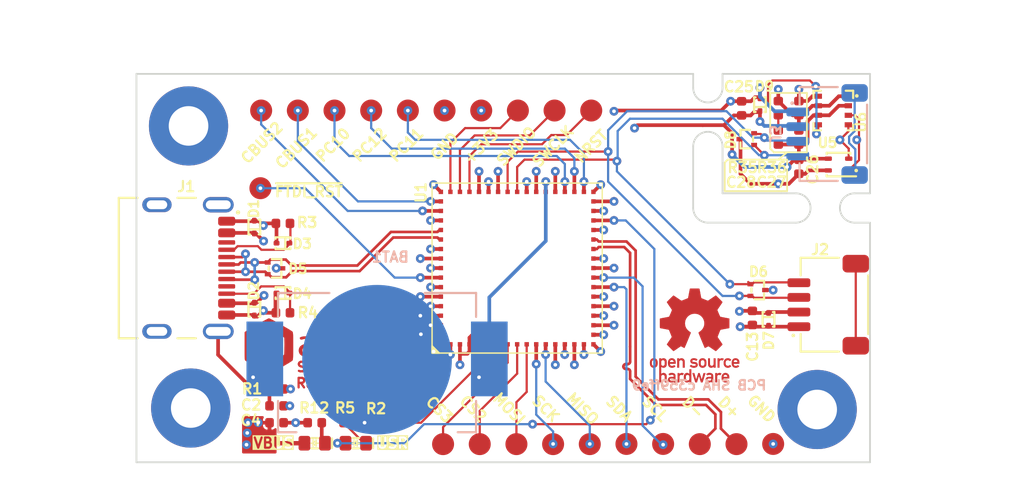
<source format=kicad_pcb>
(kicad_pcb (version 20221018) (generator pcbnew)
  (title_block (title "MYRA SiP Baseboard") (date "2024-06-28") (rev "1.0.0") (company "Antmicro ") (comment 1 "www.antmicro.com"))
  (layers (0 "F.Cu" signal) (1 "In1.Cu" signal) (2 "In2.Cu" signal) (31 "B.Cu" signal) (34 "B.Paste" user) (35 "F.Paste" user) (36 "B.SilkS" user "B.Silkscreen") (37 "F.SilkS" user "F.Silkscreen") (38 "B.Mask" user) (39 "F.Mask" user) (44 "Edge.Cuts" user))
  (net 0 "")
  (net 1 "GND")
  (net 2 "+3V3")
  (net 3 "GNDREF")
  (net 4 "/USB_CC1")
  (net 5 "/USB_CC2")
  (net 6 "/USB_D_P")
  (net 7 "/USB_D_N")
  (net 8 "VBUS")
  (net 9 "/I2C_1_SCL")
  (net 10 "/I2C_1_SDA")
  (net 11 "/LD2")
  (net 15 "/~{FTDI_RESET}")
  (net 16 "/CBUS2")
  (net 17 "/CBUS1")
  (net 18 "/SWDIO-JTMS")
  (net 21 "/SWCLK-JTCK")
  (net 22 "/NRST")
  (net 23 "/~{CLK_EN}")
  (net 24 "/SPI_CS3")
  (net 25 "/SPI_CS2")
  (net 26 "/SPI2_MOSI")
  (net 27 "/SPI2_SCK")
  (net 28 "/SPI2_MISO")
  (net 29 "+BATT")
  (net 30 "unconnected-(U1-PadN1)")
  (net 31 "/GPIO_PC10")
  (net 32 "unconnected-(U1-PadO1)")
  (net 33 "/GPIO_PC12")
  (net 34 "unconnected-(U1-PadP1)")
  (net 35 "Net-(U6-SDO)")
  (net 36 "/GPIO_PC11")
  (net 37 "unconnected-(U1-PadQ1)")
  (net 38 "unconnected-(U1-PadQ2)")
  (net 39 "unconnected-(U1-PadQ3)")
  (net 40 "unconnected-(U1-PadQ4)")
  (net 41 "/I2C2_SDA")
  (net 42 "/I2C2_SCL")
  (net 43 "/USB_MCU_N")
  (net 44 "/USB_MCU_P")
  (net 45 "unconnected-(J2-PadMP)")
  (net 46 "unconnected-(J3-PadMP)")
  (net 47 "Net-(LD1-C)")
  (net 48 "Net-(LD2-C)")
  (footprint "antmicro-footprints:SOD-923" (layer "F.Cu") (at 168.035 123.95 90)
    (fp_text reference "D1")
    (fp_text value "ESD9X5.0ST5G")
  )
  (footprint "antmicro-footprints:TP_SMD_1.5mm" (layer "F.Cu") (at 200.9 138.7625)
    (fp_text reference "TP14" hide)
    (fp_text value "TP_1.5mm_SMD")
  )
  (footprint "antmicro-footprints:MP_Pad5.4mm_Drill2.7mm" (layer "F.Cu") (at 163.55 117.05)
    (fp_text reference "MP1" hide)
    (fp_text value "MP_Pad5.4mm_Drill2.7mm")
  )
  (footprint "antmicro-footprints:oshw-logo" (layer "F.Cu") (at 198.05 131.35)
    (fp_text reference "N2" hide)
    (fp_text value "oshw_logo" hide)
  )
  (footprint "antmicro-footprints:TP_SMD_1.5mm" (layer "F.Cu") (at 183.5 116)
    (fp_text reference "TP5" hide)
    (fp_text value "TP_1.5mm_SMD")
  )
  (footprint "antmicro-footprints:R_0402_1005Metric" (layer "F.Cu") (at 169.985 129.8)
    (fp_text reference "R4")
    (fp_text value "R_5k1_0402")
  )
  (footprint "antmicro-footprints:LGA-64_11.4x11.4mm_Myra" (layer "F.Cu") (at 185.95 126.75 90)
    (fp_text reference "U1")
    (fp_text value "Myra-231F1F08")
  )
  (footprint "antmicro-footprints:SOT-723" (layer "F.Cu") (at 169.448 126.768)
    (fp_text reference "D5")
    (fp_text value "TPD2E009_SOT-9X3")
  )
  (footprint "antmicro-footprints:Conn_JST_SH_1x4_SM04B-SRSS-TB-LF-SN" (layer "F.Cu") (at 207.2755 129.25 90)
    (fp_text reference "J2")
    (fp_text value "JST_SH_1x4_SM04B-SRSS-TB-LF-SN")
  )
  (footprint "antmicro-footprints:MP_Pad5.4mm_Drill2.7mm" (layer "F.Cu") (at 163.7 136.3)
    (fp_text reference "MP2" hide)
    (fp_text value "MP_Pad5.4mm_Drill2.7mm")
  )
  (footprint "antmicro-footprints:R_0402_1005Metric" (layer "F.Cu") (at 172.15 137.3)
    (fp_text reference "R12")
    (fp_text value "R_470R_0402")
  )
  (footprint "antmicro-footprints:Sensirion_DFN-4-1.5x1.5x0.5mm_P0.8mm" (layer "F.Cu") (at 207.85 119.685 180)
    (fp_text reference "U5")
    (fp_text value "SHT45")
  )
  (footprint "antmicro-footprints:R_0402_1005Metric" (layer "F.Cu") (at 176.55 137.3)
    (fp_text reference "R2")
    (fp_text value "R_5k1_0402")
  )
  (footprint "antmicro-footprints:TP_SMD_1.5mm" (layer "F.Cu") (at 178.5 116)
    (fp_text reference "TP8" hide)
    (fp_text value "TP_1.5mm_SMD")
  )
  (footprint "antmicro-footprints:C_0402_1005Metric" (layer "F.Cu") (at 205.15 119.835 -90)
    (fp_text reference "C26")
    (fp_text value "C_100n_0402")
  )
  (footprint "antmicro-footprints:R_0402_1005Metric" (layer "F.Cu") (at 203.75 117.835 90)
    (fp_text reference "R35")
    (fp_text value "R_100k_0402")
  )
  (footprint "antmicro-footprints:R_0402_1005Metric" (layer "F.Cu") (at 174.6 137.3 180)
    (fp_text reference "R5")
    (fp_text value "R_470R_0402")
  )
  (footprint "antmicro-footprints:TP_SMD_1.5mm" (layer "F.Cu") (at 195.9 138.75)
    (fp_text reference "TP7" hide)
    (fp_text value "TP_1.5mm_SMD")
  )
  (footprint "antmicro-footprints:C_0402_1005Metric" (layer "F.Cu") (at 201.25 115.85 90)
    (fp_text reference "C25")
    (fp_text value "C_100n_0402")
  )
  (footprint "antmicro-footprints:LED_0603_1608Metric_G" (layer "F.Cu") (at 172.15 138.7 180)
    (fp_text reference "LD1" hide)
    (fp_text value "LED_G_0603_KP-1608ZGC")
  )
  (footprint "antmicro-footprints:SOT-723" (layer "F.Cu") (at 202.35 128.25)
    (fp_text reference "D6")
    (fp_text value "TPD2E009_SOT-9X3")
  )
  (footprint "antmicro-footprints:TP_SMD_1.5mm" (layer "F.Cu") (at 188.4 138.7625)
    (fp_text reference "TP19" hide)
    (fp_text value "TP_1.5mm_SMD")
  )
  (footprint "antmicro-footprints:C_0402_1005Metric" (layer "F.Cu") (at 201.985 130.15 -90)
    (fp_text reference "C13")
    (fp_text value "C_100n_0402")
  )
  (footprint "antmicro-footprints:TP_SMD_1.5mm" (layer "F.Cu") (at 186 116)
    (fp_text reference "TP3" hide)
    (fp_text value "TP_1.5mm_SMD")
  )
  (footprint "antmicro-footprints:LED_0603_1608Metric_G" (layer "F.Cu") (at 174.95 138.7 180)
    (fp_text reference "LD2" hide)
    (fp_text value "LED_G_0603_KP-1608ZGC")
  )
  (footprint "antmicro-footprints:TP_SMD_1.5mm" (layer "F.Cu") (at 188.5 116)
    (fp_text reference "TP4" hide)
    (fp_text value "TP_1.5mm_SMD")
  )
  (footprint "antmicro-footprints:SOD-923" (layer "F.Cu") (at 169.985 128.45 180)
    (fp_text reference "D4")
    (fp_text value "ESD9X5.0ST5G")
  )
  (footprint "antmicro-footprints:SOD-923" (layer "F.Cu") (at 169.985 125.05 180)
    (fp_text reference "D3")
    (fp_text value "ESD9X5.0ST5G")
  )
  (footprint "antmicro-footprints:TP_SMD_1.5mm" (layer "F.Cu") (at 191 116)
    (fp_text reference "TP1" hide)
    (fp_text value "TP_1.5mm_SMD")
  )
  (footprint "antmicro-footprints:TP_SMD_1.5mm" (layer "F.Cu") (at 183.4 138.7625)
    (fp_text reference "TP17" hide)
    (fp_text value "TP_1.5mm_SMD")
  )
  (footprint "antmicro-footprints:SOT-723" (layer "F.Cu") (at 201.6 117.95 180)
    (fp_text reference "D8")
    (fp_text value "TPD2E009_SOT-9X3")
  )
  (footprint "antmicro-footprints:USB-C_Receptacle_GCT_USB4105-GF-A" (layer "F.Cu") (at 162.652 126.75 -90)
    (fp_text reference "J1")
    (fp_text value "USB-C_GCT_USB4105-GF-A")
  )
  (footprint "antmicro-footprints:R_0402_1005Metric" (layer "F.Cu") (at 169.985 123.7)
    (fp_text reference "R3")
    (fp_text value "R_5k1_0402")
  )
  (footprint "antmicro-footprints:SOD-923" (layer "F.Cu") (at 202.5 115.6 90)
    (fp_text reference "D9")
    (fp_text value "ESD9X5.0ST5G")
  )
  (footprint "antmicro-footprints:TP_SMD_1.5mm" (layer "F.Cu") (at 171 116)
    (fp_text reference "TP11" hide)
    (fp_text value "TP_1.5mm_SMD")
  )
  (footprint "antmicro-footprints:TP_SMD_1.5mm" (layer "F.Cu") (at 180.9 138.7625)
    (fp_text reference "TP16" hide)
    (fp_text value "TP_1.5mm_SMD")
  )
  (footprint "antmicro-footprints:antmicro-logo_scaled_12mm" (layer "F.Cu") (at 173.25 132.1)
    (fp_text reference "N1" hide)
    (fp_text value "antmicro_logo" hide)
  )
  (footprint "antmicro-footprints:TP_SMD_1.5mm" (layer "F.Cu") (at 168.5 116)
    (fp_text reference "TP12" hide)
    (fp_text value "TP_1.5mm_SMD")
  )
  (footprint "antmicro-footprints:R_0402_1005Metric" (layer "F.Cu") (at 169.55 135)
    (fp_text reference "R1")
    (fp_text value "R_1M_0402")
  )
  (footprint "antmicro-footprints:C_0402_1005Metric" (layer "F.Cu") (at 169.55 136.15 180)
    (fp_text reference "C2")
    (fp_text value "C_100n_0402")
  )
  (footprint "antmicro-footprints:MP_Pad5.4mm_Drill2.7mm" (layer "F.Cu") (at 206.4 136.4)
    (fp_text reference "MP3" hide)
    (fp_text value "MP_Pad5.4mm_Drill2.7mm")
  )
  (footprint "antmicro-footprints:TP_SMD_1.5mm" (layer "F.Cu") (at 198.4 138.7625)
    (fp_text reference "TP13" hide)
    (fp_text value "TP_1.5mm_SMD")
  )
  (footprint "antmicro-footprints:TP_SMD_1.5mm" (layer "F.Cu") (at 176 116)
    (fp_text reference "TP9" hide)
    (fp_text value "TP_1.5mm_SMD")
  )
  (footprint "antmicro-footprints:TP_SMD_1.5mm" (layer "F.Cu") (at 190.9 138.7625)
    (fp_text reference "TP20" hide)
    (fp_text value "TP_1.5mm_SMD")
  )
  (footprint "antmicro-footprints:TP_SMD_1.5mm" (layer "F.Cu") (at 193.4 138.75)
    (fp_text reference "TP2" hide)
    (fp_text value "TP_1.5mm_SMD")
  )
  (footprint "antmicro-footprints:C_0402_1005Metric" (layer "F.Cu") (at 169.55 137.3 180)
    (fp_text reference "C4")
    (fp_text value "C_2u2_0402")
  )
  (footprint "antmicro-footprints:C_0402_1005Metric" (layer "F.Cu") (at 205.15 117.835 90)
    (fp_text reference "C28")
    (fp_text value "C_100n_0402")
  )
  (footprint "antmicro-footprints:SOD-923" (layer "F.Cu") (at 203.085 130.25 -90)
    (fp_text reference "D7")
    (fp_text value "ESD9X5.0ST5G")
  )
  (footprint "antmicro-footprints:TP_SMD_1.5mm" (layer "F.Cu") (at 173.5 116)
    (fp_text reference "TP10" hide)
    (fp_text value "TP_1.5mm_SMD")
  )
  (footprint "antmicro-footprints:TP_SMD_1.5mm" (layer "F.Cu") (at 181 116)
    (fp_text reference "TP6" hide)
    (fp_text value "TP_1.5mm_SMD")
  )
  (footprint "antmicro-footprints:R_0402_1005Metric" (layer "F.Cu") (at 203.75 115.835 -90)
    (fp_text reference "R36")
    (fp_text value "R_100k_0402")
  )
  (footprint "antmicro-footprints:TP_SMD_1.5mm" (layer "F.Cu") (at 203.4 138.75)
    (fp_text reference "TP21" hide)
    (fp_text value "TP_1.5mm_SMD")
  )
  (footprint "antmicro-footprints:TP_SMD_1.5mm" (layer "F.Cu") (at 168.45 121.3)
    (fp_text reference "TP15" hide)
    (fp_text value "TP_1.5mm_SMD")
  )
  (footprint "antmicro-footprints:LGA-8_2.5x2.5mm_BME280" (layer "F.Cu") (at 207.5 116 -90)
    (fp_text reference "U6")
    (fp_text value "BME280")
  )
  (footprint "antmicro-footprints:TP_SMD_1.5mm" (layer "F.Cu") (at 185.9 138.7625)
    (fp_text reference "TP18" hide)
    (fp_text value "TP_1.5mm_SMD")
  )
  (footprint "antmicro-footprints:C_0402_1005Metric" (layer "F.Cu") (at 205.15 115.835 90)
    (fp_text reference "C27")
    (fp_text value "C_100n_0402")
  )
  (footprint "antmicro-footprints:SOD-923" (layer "F.Cu") (at 168.035 129.55 -90)
    (fp_text reference "D2")
    (fp_text value "ESD9X5.0ST5G")
  )
  (footprint "antmicro-footprints:Conn_JST_SH_1x4_SM04B-SRSS-TB-LF-SN" (layer "B.Cu") (at 207.2 117.6 -90)
    (fp_text reference "J3")
    (fp_text value "JST_SH_1x4_SM04B-SRSS-TB-LF-SN")
  )
  (footprint "antmicro-footprints:BAT_BAT-HLD-012-SMT-TR" (layer "B.Cu") (at 176.4 133 180)
    (fp_text reference "BAT1")
    (fp_text value "BAT-HLD-012-SMT-TR")
  )
  (gr_line (start 203.2 114.85) (end 203.2 114.8) (stroke (width 0.12)) (layer "F.SilkS"))
  (gr_line (start 200.1 121.5) (end 203.95 121.5) (stroke (width 0.12)) (layer "F.SilkS"))
  (gr_line (start 205.7 118.85) (end 203.45 118.85) (stroke (width 0.12)) (layer "F.SilkS"))
  (gr_line (start 200.1 119.55) (end 200.1 121.45) (stroke (width 0.12)) (layer "F.SilkS"))
  (gr_line (start 203.2 114.85) (end 203.2 118.6) (stroke (width 0.12)) (layer "F.SilkS"))
  (gr_line (start 205.7 114.8) (end 205.7 118.75) (stroke (width 0.12)) (layer "F.SilkS"))
  (gr_line (start 205.7 118.75) (end 205.7 118.85) (stroke (width 0.12)) (layer "F.SilkS"))
  (gr_line (start 200.3 119.35) (end 200.1 119.55) (stroke (width 0.12)) (layer "F.SilkS"))
  (gr_line (start 204.35 121.5) (end 203.95 121.5) (stroke (width 0.12)) (layer "F.SilkS"))
  (gr_line (start 204.1 119.35) (end 204.35 119.35) (stroke (width 0.12)) (layer "F.SilkS"))
  (gr_line (start 200.1 121.45) (end 200.1 121.5) (stroke (width 0.12)) (layer "F.SilkS"))
  (gr_line (start 203.75 119.35) (end 204.35 118.85) (stroke (width 0.12)) (layer "F.SilkS"))
  (gr_line (start 204.35 119.35) (end 204.35 121.5) (stroke (width 0.12)) (layer "F.SilkS"))
  (gr_line (start 204.1 119.35) (end 200.3 119.35) (stroke (width 0.12)) (layer "F.SilkS"))
  (gr_line (start 203.2 114.8) (end 205.7 114.8) (stroke (width 0.12)) (layer "F.SilkS"))
  (gr_line (start 203.45 118.85) (end 203.2 118.6) (stroke (width 0.12)) (layer "F.SilkS"))
  (gr_line (start 210 121.65) (end 210 113.5) (stroke (width 0.12)) (layer "Edge.Cuts"))
  (gr_arc (start 208.95 123.65) (mid 207.95 122.65) (end 208.95 121.65) (stroke (width 0.12)) (layer "Edge.Cuts"))
  (gr_arc (start 204.95 121.65) (mid 205.95 122.65) (end 204.95 123.65) (stroke (width 0.12)) (layer "Edge.Cuts"))
  (gr_line (start 210 123.65) (end 210 140) (stroke (width 0.12)) (layer "Edge.Cuts"))
  (gr_line (start 199.95 113.5) (end 210 113.5) (stroke (width 0.12)) (layer "Edge.Cuts"))
  (gr_line (start 160 113.5) (end 160 140) (stroke (width 0.12)) (layer "Edge.Cuts"))
  (gr_line (start 208.95 123.65) (end 210 123.65) (stroke (width 0.12)) (layer "Edge.Cuts"))
  (gr_line (start 197.95 113.5) (end 160 113.5) (stroke (width 0.12)) (layer "Edge.Cuts"))
  (gr_arc (start 198.948209 123.648406) (mid 198.241102 123.355513) (end 197.948209 122.648406) (stroke (width 0.12)) (layer "Edge.Cuts"))
  (gr_line (start 199.95 121.65) (end 204.95 121.65) (stroke (width 0.12)) (layer "Edge.Cuts"))
  (gr_line (start 199.95 121.65) (end 199.95 118.45) (stroke (width 0.12)) (layer "Edge.Cuts"))
  (gr_line (start 197.95 114.45) (end 197.95 113.5) (stroke (width 0.12)) (layer "Edge.Cuts"))
  (gr_line (start 197.95 118.45) (end 197.948209 122.648406) (stroke (width 0.12)) (layer "Edge.Cuts"))
  (gr_arc (start 197.95 118.45) (mid 198.95 117.45) (end 199.95 118.45) (stroke (width 0.12)) (layer "Edge.Cuts"))
  (gr_line (start 208.95 121.65) (end 210 121.65) (stroke (width 0.12)) (layer "Edge.Cuts"))
  (gr_line (start 199.95 114.45) (end 199.95 113.5) (stroke (width 0.12)) (layer "Edge.Cuts"))
  (gr_arc (start 199.95 114.45) (mid 198.95 115.45) (end 197.95 114.45) (stroke (width 0.12)) (layer "Edge.Cuts"))
  (gr_line (start 198.948209 123.648406) (end 204.95 123.65) (stroke (width 0.12)) (layer "Edge.Cuts"))
  (gr_line (start 160 140) (end 210 140) (stroke (width 0.12)) (layer "Edge.Cuts"))
  (gr_text "SIP Baseboard" (at 170.85 133.5) (layer "F.Cu") (effects (font (size 0.65 0.65)) (justify left)))
  (gr_text "Rev.1.0.0 06/2024" (at 170.8 134.6) (layer "F.Cu") (effects (font (size 0.65 0.65)) (justify left)))
  (gr_text "PCB SHA c359ffe9" (at 198.35 134.75) (layer "B.SilkS") (effects (font (size 0.65 0.65)) (justify mirror)))
  (gr_text "VBUS" (at 167.9 139.1) (layer "F.SilkS" knockout) (effects (font (size 0.7 0.7)) (justify left bottom)))
  (gr_text "CS2\n" (at 182.95 136.35 -45) (layer "F.SilkS") (effects (font (size 0.7 0.7))))
  (gr_text "PC12\n" (at 175.9 118.35 45) (layer "F.SilkS") (effects (font (size 0.7 0.7))))
  (gr_text "CS3\n\n" (at 180.25 136.8 -45) (layer "F.SilkS") (effects (font (size 0.7 0.7))))
  (gr_text "SWDIO" (at 185.9 118.45 45) (layer "F.SilkS") (effects (font (size 0.7 0.7))))
  (gr_text "D+" (at 200.4 136.25 315) (layer "F.SilkS") (effects (font (size 0.7 0.7))))
  (gr_text "SDA\n" (at 192.9 136.35 -45) (layer "F.SilkS") (effects (font (size 0.7 0.7))))
  (gr_text "GND" (at 181 118.45 45) (layer "F.SilkS") (effects (font (size 0.7 0.7))))
  (gr_text "SCK\n" (at 187.9 136.35 -45) (layer "F.SilkS") (effects (font (size 0.7 0.7))))
  (gr_text "PC11\n" (at 178.4 118.35 45) (layer "F.SilkS") (effects (font (size 0.7 0.7))))
  (gr_text "D-" (at 197.95 136.25 315) (layer "F.SilkS") (effects (font (size 0.7 0.7))))
  (gr_text "GND\n" (at 202.6 136.35 315) (layer "F.SilkS") (effects (font (size 0.7 0.7))))
  (gr_text "NRST\n" (at 191 118.45 45) (layer "F.SilkS") (effects (font (size 0.7 0.7))))
  (gr_text "MISO\n" (at 190.4 136.35 -45) (layer "F.SilkS") (effects (font (size 0.7 0.7))))
  (gr_text "USR" (at 176.3 139.1) (layer "F.SilkS" knockout) (effects (font (size 0.7 0.7)) (justify left bottom)))
  (gr_text "CBUS2\n\n" (at 168.95 118.6 45) (layer "F.SilkS") (effects (font (size 0.7 0.7))))
  (gr_text "+3V3" (at 183.5 118.45 45) (layer "F.SilkS") (effects (font (size 0.7 0.7))))
  (gr_text "SWCLK" (at 188.4 118.45 45) (layer "F.SilkS") (effects (font (size 0.7 0.7))))
  (gr_text "PC10\n" (at 173.4 118.35 45) (layer "F.SilkS") (effects (font (size 0.7 0.7))))
  (gr_text "~{FTDI_RST}\n" (at 169.35 121.95) (layer "F.SilkS") (effects (font (size 0.7 0.7) (thickness 0.15) bold) (justify left bottom)))
  (gr_text "SCL\n" (at 195.35 136.35 -45) (layer "F.SilkS") (effects (font (size 0.7 0.7))))
  (gr_text "CBUS1\n" (at 170.9 118.55 45) (layer "F.SilkS") (effects (font (size 0.7 0.7))))
  (gr_text "MOSI\n" (at 185.4 136.35 -45) (layer "F.SilkS") (effects (font (size 0.7 0.7))))
  (segment (start 192.6 116) (end 199.865 116) (width 0.25) (layer "F.Cu") (net 1))
  (segment (start 201.85 121) (end 203.75 121) (width 0.25) (layer "F.Cu") (net 1))
  (segment (start 207.875 115.025) (end 207.225 115.675) (width 0.25) (layer "F.Cu") (net 1))
  (segment (start 207.15 120.085) (end 205.815 120.085) (width 0.25) (layer "F.Cu") (net 1))
  (segment (start 180.05 130.65) (end 180.75 130.65) (width 0.25) (layer "F.Cu") (net 1))
  (segment (start 180.75 130) (end 179.35 130) (width 0.25) (layer "F.Cu") (net 1))
  (segment (start 188.55 131.95) (end 188.55 133.349999) (width 0.25) (layer "F.Cu") (net 1))
  (segment (start 184 132.35) (end 184 131.95) (width 0.25) (layer "F.Cu") (net 1))
  (segment (start 170.85 137.3) (end 171.67 137.3) (width 0.25) (layer "F.Cu") (net 1))
  (segment (start 167.925 129.95) (end 168.035 130.06) (width 0.25) (layer "F.Cu") (net 1))
  (segment (start 202.16 115.09) (end 202.5 115.09) (width 0.25) (layer "F.Cu") (net 1))
  (segment (start 205.815 120.085) (end 205.58 120.32) (width 0.25) (layer "F.Cu") (net 1))
  (segment (start 203.3955 128.249) (end 203.397 128.2505) (width 0.25) (layer "F.Cu") (net 1))
  (segment (start 200.377 115.365) (end 200.342 115.4) (width 0.25) (layer "F.Cu") (net 1))
  (segment (start 201.15 130.75) (end 205.1555 130.75) (width 0.25) (layer "F.Cu") (net 1))
  (segment (start 182.7 132.45) (end 182.55 132.6) (width 0.25) (layer "F.Cu") (net 1))
  (segment (start 169.547 123.742) (end 169.505 123.7) (width 0.25) (layer "F.Cu") (net 1))
  (segment (start 184.66 132.39) (end 184.55 132.5) (width 0.25) (layer "F.Cu") (net 1))
  (segment (start 206.475001 115.675) (end 206.075 115.675) (width 0.25) (layer "F.Cu") (net 1))
  (segment (start 205.43 116.32) (end 205.15 116.32) (width 0.25) (layer "F.Cu") (net 1))
  (segment (start 205.15 116.32) (end 204.72 116.32) (width 0.25) (layer "F.Cu") (net 1))
  (segment (start 169.5 129.8) (end 168.8 129.8) (width 0.25) (layer "F.Cu") (net 1))
  (segment (start 169.534901 126.767) (end 169.947 126.767) (width 0.25) (layer "F.Cu") (net 1))
  (segment (start 191.15 126.75) (end 192.549999 126.75) (width 0.25) (layer "F.Cu") (net 1))
  (segment (start 168.8 129.8) (end 168.65 129.65) (width 0.25) (layer "F.Cu") (net 1))
  (segment (start 184.65 121.55) (end 184.65 120.150001) (width 0.25) (layer "F.Cu") (net 1))
  (segment (start 201.175 117.95) (end 201.175 120.325) (width 0.25) (layer "F.Cu") (net 1))
  (segment (start 191.15 121.55) (end 191.644975 121.055025) (width 0.25) (layer "F.Cu") (net 1))
  (segment (start 182.85 131.35) (end 182.7 131.5) (width 0.25) (layer "F.Cu") (net 1))
  (segment (start 187.25 121.55) (end 187.25 120.150001) (width 0.25) (layer "F.Cu") (net 1))
  (segment (start 206.075 115.675) (end 205.43 116.32) (width 0.25) (layer "F.Cu") (net 1))
  (segment (start 191.15 122.2) (end 192.549999 122.2) (width 0.25) (layer "F.Cu") (net 1))
  (segment (start 203.097 130.7) (end 203.085 130.688) (width 0.15) (layer "F.Cu") (net 1))
  (segment (start 168.35 123.55) (end 168.65 123.85) (width 0.25) (layer "F.Cu") (net 1))
  (segment (start 204.47 121) (end 205.15 120.32) (width 0.25) (layer "F.Cu") (net 1))
  (segment (start 188.55 121.55) (end 188.55 120.150001) (width 0.25) (layer "F.Cu") (net 1))
  (segment (start 183.95 131.35) (end 182.85 131.35) (width 0.25) (layer "F.Cu") (net 1))
  (segment (start 191.15 126.1) (end 191.85 126.1) (width 0.25) (layer "F.Cu") (net 1))
  (segment (start 180.75 131.95) (end 180.255025 132.444975) (width 0.25) (layer "F.Cu") (net 1))
  (segment (start 169.475 129.775) (end 169.5 129.8) (width 0.25) (layer "F.Cu") (net 1))
  (segment (start 168.035 130.06) (end 168.24 130.06) (width 0.25) (layer "F.Cu") (net 1))
  (segment (start 203.75 115.35) (end 203.75 114.55) (width 0.25) (layer "F.Cu") (net 1))
  (segment (start 192.55 116.05) (end 192.6 116) (width 0.25) (layer "F.Cu") (net 1))
  (segment (start 207.225 115.675) (end 206.475001 115.675) (width 0.25) (layer "F.Cu") (net 1))
  (segment (start 191.15 124.15) (end 191.85 124.15) (width 0.25) (layer "F.Cu") (net 1))
  (segment (start 181.4 131.95) (end 181.4 132.65) (width 0.25) (layer "F.Cu") (net 1))
  (segment (start 180.75 125.45) (end 180.05 125.45) (width 0.25) (layer "F.Cu") (net 1))
  (segment (start 201.15 130.75) (end 201.869 130.75) (width 0.25) (layer "F.Cu") (net 1))
  (segment (start 169.475 128.45) (end 169.475 129.775) (width 0.25) (layer "F.Cu") (net 1))
  (segment (start 175.55 137.3) (end 176.07 137.3) (width 0.15) (layer "F.Cu") (net 1))
  (segment (start 180.75 131.3) (end 179.423667 131.3) (width 0.25) (layer "F.Cu") (net 1))
  (segment (start 202.849 128.249) (end 203.3955 128.249) (width 0.25) (layer "F.Cu") (net 1))
  (segment (start 184.55 132.5) (end 184.15 132.5) (width 0.25) (layer "F.Cu") (net 1))
  (segment (start 169.5 123.7) (end 168.8 123.7) (width 0.25) (layer "F.Cu") (net 1))
  (segment (start 184.66 131.95) (end 184.66 132.39) (width 0.25) (layer "F.Cu") (net 1))
  (segment (start 170.03 137.3) (end 170.85 137.3) (width 0.25) (layer "F.Cu") (net 1))
  (segment (start 168.24 130.06) (end 168.65 129.65) (width 0.25) (layer "F.Cu") (net 1))
  (segment (start 201.175 120.325) (end 201.85 121) (width 0.25) (layer "F.Cu") (net 1))
  (segment (start 182.7 131.95) (end 182.7 132.45) (width 0.25) (layer "F.Cu") (net 1))
  (segment (start 184.15 132.5) (end 184 132.35) (width 0.25) (layer "F.Cu") (net 1))
  (segment (start 201.869 130.75) (end 201.985 130.634) (width 0.25) (layer "F.Cu") (net 1))
  (segment (start 191.15 122.85) (end 191.85 122.85) (width 0.25) (layer "F.Cu") (net 1))
  (segment (start 180.75 123.5) (end 180.05 123.5) (width 0.25) (layer "F.Cu") (net 1))
  (segment (start 186.6 121.55) (end 186.6 120.849998) (width 0.25) (layer "F.Cu") (net 1))
  (segment (start 182.05 131.95) (end 182.05 132.6) (width 0.25) (layer "F.Cu") (net 1))
  (segment (start 179.35 128.7) (end 180.75 128.7) (width 0.25) (layer "F.Cu") (net 1))
  (segment (start 170.03 135) (end 170.5 135) (width 0.25) (layer "F.Cu") (net 1))
  (segment (start 169.547 125.05) (end 169.547 123.742) (width 0.25) (layer "F.Cu") (net 1))
  (segment (start 203.75 121) (end 204.47 121) (width 0.25) (layer "F.Cu") (net 1))
  (segment (start 204.72 116.32) (end 203.75 115.35) (width 0.25) (layer "F.Cu") (net 1))
  (segment (start 180.75 121.55) (end 180.255025 121.055025) (width 0.25) (layer "F.Cu") (net 1))
  (segment (start 182.05 132.6) (end 182.05 133.349999) (width 0.25) (layer "F.Cu") (net 1))
  (segment (start 184 131.4) (end 183.95 131.35) (width 0.25) (layer "F.Cu") (net 1))
  (segment (start 180.05 129.35) (end 180.75 129.35) (width 0.25) (layer "F.Cu") (net 1))
  (segment (start 191.15 129.35) (end 192.549999 129.35) (width 0.25) (layer "F.Cu") (net 1))
  (segment (start 166.14 123.55) (end 168.35 123.55) (width 0.25) (layer "F.Cu") (net 1))
  (segment (start 169.526227 126.758326) (end 169.534901 126.767) (width 0.25) (layer "F.Cu") (net 1))
  (segment (start 182.7 131.5) (end 182.7 131.95) (width 0.25) (layer "F.Cu") (net 1))
  (segment (start 200.5 115.365) (end 201.885 115.365) (width 0.25) (layer "F.Cu") (net 1))
  (segment (start 180.75 128.05) (end 180.05 128.05) (width 0.25) (layer "F.Cu") (net 1))
  (segment (start 179.423667 131.3) (end 179.388126 131.264459) (width 0.25) (layer "F.Cu") (net 1))
  (segment (start 202.5 115.09) (end 202.5 114.45) (width 0.25) (layer "F.Cu") (net 1))
  (segment (start 201.885 115.365) (end 202.16 115.09) (width 0.25) (layer "F.Cu") (net 1))
  (segment (start 183.35 121.55) (end 183.35 120.150001) (width 0.25) (layer "F.Cu") (net 1))
  (segment (start 208.525 115.025) (end 207.875 115.025) (width 0.25) (layer "F.Cu") (net 1))
  (segment (start 205.15 116.32) (end 205.15 117.35) (width 0.25) (layer "F.Cu") (net 1))
  (segment (start 199.865 116) (end 200.5 115.365) (width 0.25) (layer "F.Cu") (net 1))
  (segment (start 184 131.95) (end 184 131.4) (width 0.25) (layer "F.Cu") (net 1))
  (segment (start 170.03 136.15) (end 170.45 136.15) (width 0.25) (layer "F.Cu") (net 1))
  (segment (start 175.08 137.3) (end 175.55 137.3) (width 0.15) (layer "F.Cu") (net 1))
  (segment (start 166.14 129.95) (end 167.925 129.95) (width 0.25) (layer "F.Cu") (net 1))
  (segment (start 205.58 120.32) (end 205.15 120.32) (width 0.25) (layer "F.Cu") (net 1))
  (segment (start 205.1055 130.7) (end 205.1555 130.75) (width 0.15) (layer "F.Cu") (net 1))
  (segment (start 168.8 123.7) (end 168.65 123.85) (width 0.25) (layer "F.Cu") (net 1))
  (segment (start 200.5 115.365) (end 200.377 115.365) (width 0.25) (layer "F.Cu") (net 1))
  (segment (start 182.55 132.6) (end 182.05 132.6) (width 0.25) (layer "F.Cu") (net 1))
  (via (at 183.35 120.150001) (size 0.6) (drill 0.25) (layers "F.Cu" "B.Cu") (net 1))
  (via (at 180.05 128.05) (size 0.6) (drill 0.25) (layers "F.Cu" "B.Cu") (net 1))
  (via (at 192.549999 129.35) (size 0.6) (drill 0.25) (layers "F.Cu" "B.Cu") (net 1))
  (via (at 181 116) (size 0.6) (drill 0.25) (layers "F.Cu" "B.Cu") (net 1))
  (via (at 180.05 123.5) (size 0.6) (drill 0.25) (layers "F.Cu" "B.Cu") (net 1))
  (via (at 200.5 115.365) (size 0.6) (drill 0.25) (layers "F.Cu" "B.Cu") (net 1))
  (via (at 180.05 130.65) (size 0.6) (drill 0.25) (layers "F.Cu" "B.Cu") (net 1))
  (via (at 180.05 129.35) (size 0.6) (drill 0.25) (layers "F.Cu" "B.Cu") (net 1))
  (via (at 182.05 133.349999) (size 0.6) (drill 0.25) (layers "F.Cu" "B.Cu") (net 1))
  (via (at 188.55 120.150001) (size 0.6) (drill 0.25) (layers "F.Cu" "B.Cu") (net 1))
  (via (at 181.4 132.65) (size 0.6) (drill 0.25) (layers "F.Cu" "B.Cu") (net 1))
  (via (at 170.85 137.3) (size 0.6) (drill 0.25) (layers "F.Cu" "B.Cu") (net 1))
  (via (at 169.526227 126.758326) (size 0.6) (drill 0.25) (layers "F.Cu" "B.Cu") (net 1))
  (via (at 179.35 128.7) (size 0.6) (drill 0.25) (layers "F.Cu" "B.Cu") (net 1))
  (via (at 203.75 121) (size 0.6) (drill 0.25) (layers "F.Cu" "B.Cu") (net 1))
  (via (at 203.397 128.2505) (size 0.6) (drill 0.25) (layers "F.Cu" "B.Cu") (net 1))
  (via (at 180.255025 132.444975) (size 0.6) (drill 0.25) (layers "F.Cu" "B.Cu") (net 1))
  (via (at 191.85 124.15) (size 0.6) (drill 0.25) (layers "F.Cu" "B.Cu") (net 1))
  (via (at 179.388126 131.264459) (size 0.6) (drill 0.25) (layers "F.Cu" "B.Cu") (net 1))
  (via (at 191.644975 121.055025) (size 0.6) (drill 0.25) (layers "F.Cu" "B.Cu") (net 1))
  (via (at 170.5 135) (size 0.6) (drill 0.25) (layers "F.Cu" "B.Cu") (net 1))
  (via (at 188.55 133.349999) (size 0.6) (drill 0.25) (layers "F.Cu" "B.Cu") (net 1))
  (via (at 203.75 114.55) (size 0.6) (drill 0.25) (layers "F.Cu" "B.Cu") (net 1))
  (via (at 187.25 120.150001) (size 0.6) (drill 0.25) (layers "F.Cu" "B.Cu") (net 1))
  (via (at 191.85 126.1) (size 0.6) (drill 0.25) (layers "F.Cu" "B.Cu") (net 1))
  (via (at 192.549999 126.75) (size 0.6) (drill 0.25) (layers "F.Cu" "B.Cu") (net 1))
  (via (at 202.5 114.45) (size 0.6) (drill 0.25) (layers "F.Cu" "B.Cu") (net 1))
  (via (at 191.85 122.85) (size 0.6) (drill 0.25) (layers "F.Cu" "B.Cu") (net 1))
  (via (at 180.05 125.45) (size 0.6) (drill 0.25) (layers "F.Cu" "B.Cu") (net 1))
  (via (at 175.55 137.3) (size 0.6) (drill 0.25) (layers "F.Cu" "B.Cu") (net 1))
  (via (at 179.35 130) (size 0.6) (drill 0.25) (layers "F.Cu" "B.Cu") (net 1))
  (via (at 168.65 129.65) (size 0.6) (drill 0.25) (layers "F.Cu" "B.Cu") (net 1))
  (via (at 170.45 136.15) (size 0.6) (drill 0.25) (layers "F.Cu" "B.Cu") (net 1))
  (via (at 192.55 116.05) (size 0.6) (drill 0.25) (layers "F.Cu" "B.Cu") (net 1))
  (via (at 180.255025 121.055025) (size 0.6) (drill 0.25) (layers "F.Cu" "B.Cu") (net 1))
  (via (at 201.15 130.75) (size 0.6) (drill 0.25) (layers "F.Cu" "B.Cu") (net 1))
  (via (at 184.65 120.150001) (size 0.6) (drill 0.25) (layers "F.Cu" "B.Cu") (net 1))
  (via (at 186.6 120.849998) (size 0.6) (drill 0.25) (layers "F.Cu" "B.Cu") (net 1))
  (via (at 168.65 123.85) (size 0.6) (drill 0.25) (layers "F.Cu" "B.Cu") (net 1))
  (via (at 192.549999 122.2) (size 0.6) (drill 0.25) (layers "F.Cu" "B.Cu") (net 1))
  (via (at 203.4 138.75) (size 0.6) (drill 0.25) (layers "F.Cu" "B.Cu") (net 1))
  (segment (start 192.55 116.05) (end 192.7 116.05) (width 0.25) (layer "B.Cu") (net 1))
  (segment (start 203.5 116.05) (end 202.5 115.05) (width 0.25) (layer "B.Cu") (net 1))
  (segment (start 204.8 116.05) (end 203.5 116.05) (width 0.25) (layer "B.Cu") (net 1))
  (segment (start 202.5 115.05) (end 202.5 114.45) (width 0.25) (layer "B.Cu") (net 1))
  (segment (start 205.15 119.35) (end 205.15 118.32) (width 0.25) (layer "F.Cu") (net 2))
  (segment (start 201.134 129.666) (end 201.985 129.666) (width 0.25) (layer "F.Cu") (net 2))
  (segment (start 205.75 116.725001) (end 205.75 118.15) (width 0.25) (layer "F.Cu") (net 2))
  (segment (start 203.085 129.812) (end 203.147 129.75) (width 0.25) (layer "F.Cu") (net 2))
  (segment (start 204.85 119.35) (end 204.35 119.85) (width 0.25) (layer "F.Cu") (net 2))
  (segment (start 205.715 119.285) (end 205.65 119.35) (width 0.25) (layer "F.Cu") (net 2))
  (segment (start 201.985 129.666) (end 202.131 129.812) (width 0.25) (layer "F.Cu") (net 2))
  (segment (start 206.475001 116.325) (end 206.150001 116.325) (width 0.25) (layer "F.Cu") (net 2))
  (segment (start 206.075 115.025) (end 205.75 115.35) (width 0.25) (layer "F.Cu") (net 2))
  (segment (start 205.15 115.35) (end 205.15 114.55) (width 0.25) (layer "F.Cu") (net 2))
  (segment (start 201.865 116.335) (end 201.25 116.335) (width 0.25) (layer "F.Cu") (net 2))
  (segment (start 206.475001 115.025) (end 206.075 115.025) (width 0.25) (layer "F.Cu") (net 2))
  (segment (start 198.6 117) (end 200.05 117) (width 0.25) (layer "F.Cu") (net 2))
  (segment (start 200.6 117.55) (end 200.05 117) (width 0.25) (layer "F.Cu") (net 2))
  (segment (start 203.147 129.75) (end 204.8255 129.75) (width 0.25) (layer "F.Cu") (net 2))
  (segment (start 207.15 119.285) (end 205.715 119.285) (width 0.25) (layer "F.Cu") (net 2))
  (segment (start 201.25 116.335) (end 200.715 116.335) (width 0.25) (layer "F.Cu") (net 2))
  (segment (start 203.75 118.32) (end 205.15 118.32) (width 0.25) (layer "F.Cu") (net 2))
  (segment (start 184 121.55) (end 184 120.85) (width 0.25) (layer "F.Cu") (net 2))
  (segment (start 200.715 116.335) (end 200.05 117) (width 0.25) (layer "F.Cu") (net 2))
  (segment (start 206.150001 116.325) (end 205.75 116.725001) (width 0.25) (layer "F.Cu") (net 2))
  (segment (start 191.15 128.7) (end 191.85 128.7) (width 0.25) (layer "F.Cu") (net 2))
  (segment (start 202.09 116.11) (end 201.865 116.335) (width 0.25) (layer "F.Cu") (net 2))
  (segment (start 208.525 115.675) (end 207.875 115.675) (width 0.25) (layer "F.Cu") (net 2))
  (segment (start 200.6 119) (end 200.6 117.55) (width 0.25) (layer "F.Cu") (net 2))
  (segment (start 198.6 117) (end 194.15 117) (width 0.25) (layer "F.Cu") (net 2))
  (segment (start 202.131 129.812) (end 203.085 129.812) (width 0.25) (layer "F.Cu") (net 2))
  (segment (start 194.15 117) (end 193.95 117.2) (width 0.25) (layer "F.Cu") (net 2))
  (segment (start 202.5 116.75) (end 202.5 116.11) (width 0.25) (layer "F.Cu") (net 2))
  (segment (start 207.875 115.675) (end 207.225 116.325) (width 0.25) (layer "F.Cu") (net 2))
  (segment (start 207.225 116.325) (end 206.475001 116.325) (width 0.25) (layer "F.Cu") (net 2))
  (segment (start 205.75 118.15) (end 205.58 118.32) (width 0.25) (layer "F.Cu") (net 2))
  (segment (start 205.75 115.35) (end 205.15 115.35) (width 0.25) (layer "F.Cu") (net 2))
  (segment (start 205.15 119.35) (end 204.85 119.35) (width 0.25) (layer "F.Cu") (net 2))
  (segment (start 201.1 129.7) (end 201.134 129.666) (width 0.25) (layer "F.Cu") (net 2))
  (segment (start 205.58 118.32) (end 205.15 118.32) (width 0.25) (layer "F.Cu") (net 2))
  (segment (start 205.65 119.35) (end 205.15 119.35) (width 0.25) (layer "F.Cu") (net 2))
  (segment (start 202.5 116.11) (end 202.09 116.11) (width 0.25) (layer "F.Cu") (net 2))
  (via (at 205.15 114.55) (size 0.6) (drill 0.25) (layers "F.Cu" "B.Cu") (net 2))
  (via (at 204.35 119.85) (size 0.6) (drill 0.25) (layers "F.Cu" "B.Cu") (net 2))
  (via (at 184 120.85) (size 0.6) (drill 0.25) (layers "F.Cu" "B.Cu") (net 2))
  (via (at 183.5 116) (size 0.6) (drill 0.25) (layers "F.Cu" "B.Cu") (net 2))
  (via (at 191.85 128.7) (size 0.6) (drill 0.25) (layers "F.Cu" "B.Cu") (net 2))
  (via (at 200.6 119) (size 0.6) (drill 0.25) (layers "F.Cu" "B.Cu") (net 2))
  (via (at 193.95 117.2) (size 0.6) (drill 0.25) (layers "F.Cu" "B.Cu") (net 2))
  (via (at 202.5 116.75) (size 0.6) (drill 0.25) (layers "F.Cu" "B.Cu") (net 2))
  (via (at 201.1 129.7) (size 0.6) (drill 0.25) (layers "F.Cu" "B.Cu") (net 2))
  (segment (start 202.8 117.05) (end 202.5 116.75) (width 0.25) (layer "B.Cu") (net 2))
  (segment (start 204.8 117.05) (end 202.8 117.05) (width 0.25) (layer "B.Cu") (net 2))
  (segment (start 201.45 119.85) (end 200.6 119) (width 0.25) (layer "B.Cu") (net 2))
  (segment (start 204.35 119.85) (end 201.45 119.85) (width 0.25) (layer "B.Cu") (net 2))
  (segment (start 169.065 134.965) (end 169.065 136.15) (width 0.25) (layer "F.Cu") (net 3))
  (segment (start 165.565 132.665) (end 167.85 134.95) (width 0.25) (layer "F.Cu") (net 3))
  (segment (start 167.85 134.95) (end 169.05 134.95) (width 0.25) (layer "F.Cu") (net 3))
  (segment (start 165.565 131.07) (end 165.565 132.665) (width 0.25) (layer "F.Cu") (net 3))
  (segment (start 169.05 134.95) (end 169.065 134.965) (width 0.25) (layer "F.Cu") (net 3))
  (segment (start 170.0445 125.5005) (end 170.495 125.05) (width 0.15) (layer "F.Cu") (net 4))
  (segment (start 170.495 125.05) (end 170.495 123.725) (width 0.15) (layer "F.Cu") (net 4))
  (segment (start 168.517537 125.5005) (end 170.0445 125.5005) (width 0.15) (layer "F.Cu") (net 4))
  (segment (start 166.895264 125.256) (end 168.273037 125.256) (width 0.15) (layer "F.Cu") (net 4))
  (segment (start 170.495 123.725) (end 170.47 123.7) (width 0.15) (layer "F.Cu") (net 4))
  (segment (start 166.651264 125.5) (end 166.895264 125.256) (width 0.15) (layer "F.Cu") (net 4))
  (segment (start 166.14 125.5) (end 166.651264 125.5) (width 0.15) (layer "F.Cu") (net 4))
  (segment (start 168.273037 125.256) (end 168.517537 125.5005) (width 0.15) (layer "F.Cu") (net 4))
  (segment (start 170.47 129.8) (end 170.47 128.475) (width 0.15) (layer "F.Cu") (net 5))
  (segment (start 168.5 128) (end 170.045 128) (width 0.15) (layer "F.Cu") (net 5))
  (segment (start 168 128.5) (end 168.5 128) (width 0.15) (layer "F.Cu") (net 5))
  (segment (start 166.14 128.5) (end 168 128.5) (width 0.15) (layer "F.Cu") (net 5))
  (segment (start 170.045 128) (end 170.495 128.45) (width 0.15) (layer "F.Cu") (net 5))
  (segment (start 170.47 128.475) (end 170.495 128.45) (width 0.15) (layer "F.Cu") (net 5))
  (segment (start 180.514 124.286) (end 177.346712 124.286) (width 0.182) (layer "F.Cu") (net 6))
  (segment (start 166.161 126.509) (end 166.152 126.5) (width 0.182) (layer "F.Cu") (net 6))
  (segment (start 180.75 124.15) (end 180.65 124.15) (width 0.182) (layer "F.Cu") (net 6))
  (segment (start 166.963 126.509) (end 166.161 126.509) (width 0.182) (layer "F.Cu") (net 6))
  (segment (start 166.152 127.498) (end 166.195 127.541) (width 0.182) (layer "F.Cu") (net 6))
  (segment (start 168.0595 127.541) (end 168.06 127.5405) (width 0.182) (layer "F.Cu") (net 6))
  (segment (start 170.179 126.169) (end 169.138 126.169) (width 0.182) (layer "F.Cu") (net 6))
  (segment (start 166.195 127.541) (end 168.0595 127.541) (width 0.182) (layer "F.Cu") (net 6))
  (segment (start 168.058 126.367) (end 167.105 126.367) (width 0.182) (layer "F.Cu") (net 6))
  (segment (start 170.588 126.578) (end 170.179 126.169) (width 0.182) (layer "F.Cu") (net 6))
  (segment (start 177.346712 124.286) (end 175.054712 126.578) (width 0.182) (layer "F.Cu") (net 6))
  (segment (start 175.054712 126.578) (end 170.588 126.578) (width 0.182) (layer "F.Cu") (net 6))
  (segment (start 180.65 124.15) (end 180.514 124.286) (width 0.182) (layer "F.Cu") (net 6))
  (segment (start 168.947 126.36) (end 168.947 126.367) (width 0.182) (layer "F.Cu") (net 6))
  (segment (start 167.105 126.367) (end 166.963 126.509) (width 0.182) (layer "F.Cu") (net 6))
  (segment (start 169.138 126.169) (end 168.947 126.36) (width 0.182) (layer "F.Cu") (net 6))
  (segment (start 168.947 126.367) (end 168.058 126.367) (width 0.182) (layer "F.Cu") (net 6))
  (via (at 168.058 126.367) (size 0.6) (drill 0.25) (layers "F.Cu" "B.Cu") (net 6))
  (via (at 168.06 127.5405) (size 0.6) (drill 0.25) (layers "F.Cu" "B.Cu") (net 6))
  (segment (start 168.06 127.5405) (end 168.06 126.369) (width 0.182) (layer "B.Cu") (net 6))
  (segment (start 168.06 126.369) (end 168.058 126.367) (width 0.182) (layer "B.Cu") (net 6))
  (segment (start 170.628 126.956) (end 170.206 127.378) (width 0.182) (layer "F.Cu") (net 7))
  (segment (start 170.206 127.378) (end 169.215 127.378) (width 0.182) (layer "F.Cu") (net 7))
  (segment (start 177.503288 124.664) (end 175.211288 126.956) (width 0.182) (layer "F.Cu") (net 7))
  (segment (start 167.2135 126) (end 166.152 126) (width 0.182) (layer "F.Cu") (net 7))
  (segment (start 180.514 124.664) (end 177.503288 124.664) (width 0.182) (layer "F.Cu") (net 7))
  (segment (start 167.437 127) (end 168.78 127) (width 0.182) (layer "F.Cu") (net 7))
  (segment (start 175.211288 126.956) (end 170.628 126.956) (width 0.182) (layer "F.Cu") (net 7))
  (segment (start 180.65 124.8) (end 180.514 124.664) (width 0.182) (layer "F.Cu") (net 7))
  (segment (start 169.004 127.167) (end 168.947 127.167) (width 0.182) (layer "F.Cu") (net 7))
  (segment (start 180.75 124.8) (end 180.65 124.8) (width 0.182) (layer "F.Cu") (net 7))
  (segment (start 169.215 127.378) (end 169.004 127.167) (width 0.182) (layer "F.Cu") (net 7))
  (segment (start 167.433 125.7805) (end 167.2135 126) (width 0.182) (layer "F.Cu") (net 7))
  (segment (start 168.78 127) (end 168.947 127.167) (width 0.182) (layer "F.Cu") (net 7))
  (segment (start 166.152 126.998) (end 167.435 126.998) (width 0.182) (layer "F.Cu") (net 7))
  (segment (start 167.435 126.998) (end 167.437 127) (width 0.182) (layer "F.Cu") (net 7))
  (via (at 167.433 125.7805) (size 0.6) (drill 0.25) (layers "F.Cu" "B.Cu") (net 7))
  (via (at 167.437 127) (size 0.6) (drill 0.25) (layers "F.Cu" "B.Cu") (net 7))
  (segment (start 167.437 127) (end 167.437 125.7845) (width 0.182) (layer "B.Cu") (net 7))
  (segment (start 167.437 125.7845) (end 167.433 125.7805) (width 0.182) (layer "B.Cu") (net 7))
  (segment (start 169.516 138.7) (end 169.066 138.25) (width 0.3) (layer "F.Cu") (net 8))
  (segment (start 180.75 126.75) (end 180.05 126.75) (width 0.25) (layer "F.Cu") (net 8))
  (segment (start 171.4 138.7) (end 169.516 138.7) (width 0.3) (layer "F.Cu") (net 8))
  (segment (start 169.066 137.3) (end 169.066 137.95) (width 0.25) (layer "F.Cu") (net 8))
  (segment (start 180.75 126.1) (end 179.35 126.1) (width 0.25) (layer "F.Cu") (net 8))
  (segment (start 167.925 124.35) (end 168.035 124.46) (width 0.25) (layer "F.Cu") (net 8))
  (segment (start 169.066 138.25) (end 169.066 137.95) (width 0.25) (layer "F.Cu") (net 8))
  (segment (start 166.14 124.35) (end 167.925 124.35) (width 0.25) (layer "F.Cu") (net 8))
  (segment (start 166.14 129.15) (end 167.925 129.15) (width 0.25) (layer "F.Cu") (net 8))
  (segment (start 169.066 137.95) (end 169.066 137.996) (width 0.25) (layer "F.Cu") (net 8))
  (segment (start 168.666897 124.908103) (end 168.146794 124.388) (width 0.25) (layer "F.Cu") (net 8))
  (segment (start 167.925 129.15) (end 168.035 129.04) (width 0.25) (layer "F.Cu") (net 8))
  (segment (start 168.201 129.112) (end 168.697 128.616) (width 0.25) (layer "F.Cu") (net 8))
  (segment (start 168.146794 124.388) (end 168.035 124.388) (width 0.25) (layer "F.Cu") (net 8))
  (segment (start 168.035 129.112) (end 168.201 129.112) (width 0.25) (layer "F.Cu") (net 8))
  (via (at 168.3 137.3) (size 0.6) (drill 0.25) (layers "F.Cu" "B.Cu") (net 8))
  (via (at 180.05 126.75) (size 0.6) (drill 0.25) (layers "F.Cu" "B.Cu") (net 8))
  (via (at 167.5 138.8) (size 0.6) (drill 0.25) (layers "F.Cu" "B.Cu") (net 8))
  (via (at 167.6 137.3) (size 0.6) (drill 0.25) (layers "F.Cu" "B.Cu") (net 8))
  (via (at 167.551 138) (size 0.6) (drill 0.25) (layers "F.Cu" "B.Cu") (net 8))
  (via (at 168.666897 124.908103) (size 0.6) (drill 0.25) (layers "F.Cu" "B.Cu") (net 8))
  (via (at 179.35 126.1) (size 0.6) (drill 0.25) (layers "F.Cu" "B.Cu") (net 8))
  (via (at 168.697 128.616) (size 0.6) (drill 0.25) (layers "F.Cu" "B.Cu") (net 8))
  (segment (start 202.05 118.3) (end 202.8 119.05) (width 0.15) (layer "F.Cu") (net 9))
  (segment (start 185.95 121.55) (end 185.95 119.85) (width 0.15) (layer "F.Cu") (net 9))
  (segment (start 200.451 127.849) (end 200.45 127.85) (width 0.15) (layer "F.Cu") (net 9))
  (segment (start 192.75 119.45) (end 192.65 119.35) (width 0.15) (layer "F.Cu") (net 9))
  (segment (start 208.55 119.285) (end 208.55 118.6) (width 0.15) (layer "F.Cu") (net 9))
  (segment (start 208.525 117.425) (end 207.95 118) (width 0.15) (layer "F.Cu") (net 9))
  (segment (start 192.65 119.35) (end 186.45 119.35) (width 0.15) (layer "F.Cu") (net 9))
  (segment (start 204.785 127.75) (end 204.76 127.725) (width 0.15) (layer "F.Cu") (net 9))
  (segment (start 201.849 127.849) (end 201.7 127.7) (width 0.15) (layer "F.Cu") (net 9))
  (segment (start 204.76 127.725) (end 202.1 127.725) (width 0.15) (layer "F.Cu") (net 9))
  (segment (start 208.55 118.6) (end 207.95 118) (width 0.15) (layer "F.Cu") (net 9))
  (segment (start 208.525 116.975) (end 208.525 117.425) (width 0.15) (layer "F.Cu") (net 9))
  (segment (start 202.1 127.725) (end 201.925 127.9) (width 0.15) (layer "F.Cu") (net 9))
  (segment (start 201.849 127.849) (end 200.451 127.849) (width 0.15) (layer "F.Cu") (net 9))
  (segment (start 185.95 119.85) (end 186.45 119.35) (width 0.15) (layer "F.Cu") (net 9))
  (via (at 207.95 118) (size 0.6) (drill 0.25) (layers "F.Cu" "B.Cu") (net 9))
  (via (at 200.45 127.85) (size 0.6) (drill 0.25) (layers "F.Cu" "B.Cu") (net 9))
  (via (at 202.8 119.05) (size 0.6) (drill 0.25) (layers "F.Cu" "B.Cu") (net 9))
  (via (at 192.75 119.45) (size 0.6) (drill 0.25) (layers "F.Cu" "B.Cu") (net 9))
  (segment (start 192.75 119.45) (end 192.75 120.15) (width 0.15) (layer "B.Cu") (net 9))
  (segment (start 193.642 116.558) (end 199.947 116.558) (width 0.15) (layer "B.Cu") (net 9))
  (segment (start 202.8 119.05) (end 204.8 119.05) (width 0.15) (layer "B.Cu") (net 9))
  (segment (start 192.8 117.4) (end 193.642 116.558) (width 0.15) (layer "B.Cu") (net 9))
  (segment (start 192.75 119.45) (end 192.8 119.4) (width 0.15) (layer "B.Cu") (net 9))
  (segment (start 192.75 120.15) (end 200.45 127.85) (width 0.15) (layer "B.Cu") (net 9))
  (segment (start 202.439 119.05) (end 202.8 119.05) (width 0.15) (layer "B.Cu") (net 9))
  (segment (start 192.8 119.4) (end 192.8 117.4) (width 0.15) (layer "B.Cu") (net 9))
  (segment (start 199.947 116.558) (end 202.439 119.05) (width 0.15) (layer "B.Cu") (net 9))
  (segment (start 185.3 119.5) (end 186 118.8) (width 0.15) (layer "F.Cu") (net 10))
  (segment (start 202.025 117.6) (end 202.55 117.6) (width 0.15) (layer "F.Cu") (net 10))
  (segment (start 204.785 128.75) (end 204.76 128.775) (width 0.15) (layer "F.Cu") (net 10))
  (segment (start 208.975 116.325) (end 209.25 116.6) (width 0.15) (layer "F.Cu") (net 10))
  (segment (start 201.849 128.649) (end 201.101 128.649) (width 0.15) (layer "F.Cu") (net 10))
  (segment (start 209.25 117.85) (end 209.1 118) (width 0.15) (layer "F.Cu") (net 10))
  (segment (start 185.3 121.55) (end 185.3 119.5) (width 0.15) (layer "F.Cu") (net 10))
  (segment (start 202.55 117.6) (end 202.8 117.85) (width 0.15) (layer "F.Cu") (net 10))
  (segment (start 208.55 120.085) (end 209.25 119.385) (width 0.15) (layer "F.Cu") (net 10))
  (segment (start 209.25 118.15) (end 209.1 118) (width 0.15) (layer "F.Cu") (net 10))
  (segment (start 204.76 128.775) (end 202.1 128.775) (width 0.15) (layer "F.Cu") (net 10))
  (segment (start 209.25 116.6) (end 209.25 117.85) (width 0.15) (layer "F.Cu") (net 10))
  (segment (start 202.1 128.775) (end 201.925 128.6) (width 0.15) (layer "F.Cu") (net 10))
  (segment (start 208.525 116.325) (end 208.975 116.325) (width 0.15) (layer "F.Cu") (net 10))
  (segment (start 192.15 118.8) (end 186 118.8) (width 0.15) (layer "F.Cu") (net 10))
  (segment (start 209.25 119.385) (end 209.25 118.15) (width 0.15) (layer "F.Cu") (net 10))
  (segment (start 201.101 128.649) (end 201.1 128.65) (width 0.15) (layer "F.Cu") (net 10))
  (via (at 192.15 118.8) (size 0.6) (drill 0.25) (layers "F.Cu" "B.Cu") (net 10))
  (via (at 202.8 117.85) (size 0.6) (drill 0.25) (layers "F.Cu" "B.Cu") (net 10))
  (via (at 209.1 118) (size 0.6) (drill 0.25) (layers "F.Cu" "B.Cu") (net 10))
  (via (at 201.1 128.65) (size 0.6) (drill 0.25) (layers "F.Cu" "B.Cu") (net 10))
  (segment (start 203 118.05) (end 204.8 118.05) (width 0.15) (layer "B.Cu") (net 10))
  (segment (start 192.15 120.85) (end 199.95 128.65) (width 0.15) (layer "B.Cu") (net 10))
  (segment (start 193.449463 116.043) (end 200.214 116.043) (width 0.15) (layer "B.Cu") (net 10))
  (segment (start 200.214 116.043) (end 202.021 117.85) (width 0.15) (layer "B.Cu") (net 10))
  (segment (start 192.15 117.342463) (end 193.449463 116.043) (width 0.15) (layer "B.Cu") (net 10))
  (segment (start 202.021 117.85) (end 202.8 117.85) (width 0.15) (layer "B.Cu") (net 10))
  (segment (start 192.15 118.8) (end 192.15 120.85) (width 0.15) (layer "B.Cu") (net 10))
  (segment (start 202.8 117.85) (end 203 118.05) (width 0.15) (layer "B.Cu") (net 10))
  (segment (start 192.15 118.8) (end 192.15 117.342463) (width 0.15) (layer "B.Cu") (net 10))
  (segment (start 199.95 128.65) (end 201.1 128.65) (width 0.15) (layer "B.Cu") (net 10))
  (segment (start 194.753768 137.4) (end 187 137.4) (width 0.15) (layer "F.Cu") (net 11))
  (segment (start 191.15 123.5) (end 192.549999 123.5) (width 0.25) (layer "F.Cu") (net 11))
  (segment (start 174.4 138.7) (end 173.7 138.7) (width 0.15) (layer "F.Cu") (net 11))
  (segment (start 195.025 137.128768) (end 194.753768 137.4) (width 0.15) (layer "F.Cu") (net 11))
  (via (at 195.025 137.128768) (size 0.6) (drill 0.25) (layers "F.Cu" "B.Cu") (net 11))
  (via (at 187 137.4) (size 0.6) (drill 0.25) (layers "F.Cu" "B.Cu") (net 11))
  (via (at 173.7 138.7) (size 0.6) (drill 0.25) (layers "F.Cu" "B.Cu") (net 11))
  (via (at 192.549999 123.5) (size 0.6) (drill 0.25) (layers "F.Cu" "B.Cu") (net 11))
  (segment (start 195.3 136.853768) (end 195.3 125.45) (width 0.15) (layer "B.Cu") (net 11))
  (segment (start 179.6 137.4) (end 178.3 138.7) (width 0.15) (layer "B.Cu") (net 11))
  (segment (start 187 137.4) (end 179.6 137.4) (width 0.15) (layer "B.Cu") (net 11))
  (segment (start 195.3 125.45) (end 193.35 123.5) (width 0.15) (layer "B.Cu") (net 11))
  (segment (start 178.3 138.7) (end 173.7 138.7) (width 0.15) (layer "B.Cu") (net 11))
  (segment (start 195.025 137.128768) (end 195.3 136.853768) (width 0.15) (layer "B.Cu") (net 11))
  (segment (start 193.35 123.5) (end 192.549999 123.5) (width 0.15) (layer "B.Cu") (net 11))
  (segment (start 180.75 127.4) (end 179.35 127.4) (width 0.25) (layer "F.Cu") (net 15))
  (via (at 179.35 127.4) (size 0.6) (drill 0.25) (layers "F.Cu" "B.Cu") (net 15))
  (via (at 168.45 121.3) (size 0.6) (drill 0.25) (layers "F.Cu" "B.Cu") (net 15))
  (segment (start 177.6 127.4) (end 171.5 121.3) (width 0.15) (layer "B.Cu") (net 15))
  (segment (start 179.35 127.4) (end 177.6 127.4) (width 0.15) (layer "B.Cu") (net 15))
  (segment (start 171.5 121.3) (end 168.45 121.3) (width 0.15) (layer "B.Cu") (net 15))
  (segment (start 180.75 122.85) (end 179.5 122.85) (width 0.25) (layer "F.Cu") (net 16))
  (via (at 179.5 122.85) (size 0.6) (drill 0.25) (layers "F.Cu" "B.Cu") (net 16))
  (via (at 168.5 116) (size 0.6) (drill 0.25) (layers "F.Cu" "B.Cu") (net 16))
  (segment (start 174.4 122.85) (end 168.5 116.95) (width 0.15) (layer "B.Cu") (net 16))
  (segment (start 168.5 116.95) (end 168.5 116) (width 0.15) (layer "B.Cu") (net 16))
  (segment (start 179.5 122.85) (end 174.4 122.85) (width 0.15) (layer "B.Cu") (net 16))
  (segment (start 180.75 122.2) (end 180.05 122.2) (width 0.25) (layer "F.Cu") (net 17))
  (via (at 171 116) (size 0.6) (drill 0.25) (layers "F.Cu" "B.Cu") (net 17))
  (via (at 180.05 122.2) (size 0.6) (drill 0.25) (layers "F.Cu" "B.Cu") (net 17))
  (segment (start 175.1 122.2) (end 180.05 122.2) (width 0.15) (layer "B.Cu") (net 17))
  (segment (start 171 116) (end 171 118.1) (width 0.15) (layer "B.Cu") (net 17))
  (segment (start 171 118.1) (end 175.1 122.2) (width 0.15) (layer "B.Cu") (net 17))
  (segment (start 186 116) (end 184.8 117.2) (width 0.15) (layer "F.Cu") (net 18))
  (segment (start 181.4 118.2) (end 182.4 117.2) (width 0.15) (layer "F.Cu") (net 18))
  (segment (start 184.8 117.2) (end 182.4 117.2) (width 0.15) (layer "F.Cu") (net 18))
  (segment (start 181.4 121.55) (end 181.4 118.2) (width 0.15) (layer "F.Cu") (net 18))
  (segment (start 182.05 118.7) (end 183.05 117.7) (width 0.15) (layer "F.Cu") (net 21))
  (segment (start 182.05 121.55) (end 182.05 118.7) (width 0.15) (layer "F.Cu") (net 21))
  (segment (start 186.8 117.7) (end 188.5 116) (width 0.15) (layer "F.Cu") (net 21))
  (segment (start 183.05 117.7) (end 186.8 117.7) (width 0.15) (layer "F.Cu") (net 21))
  (segment (start 183.5 118.3) (end 187.65 118.3) (width 0.15) (layer "F.Cu") (net 22))
  (segment (start 188.275 117.675) (end 189.325 117.675) (width 0.15) (layer "F.Cu") (net 22))
  (segment (start 182.7 121.55) (end 182.7 119.1) (width 0.15) (layer "F.Cu") (net 22))
  (segment (start 187.65 118.3) (end 188.275 117.675) (width 0.15) (layer "F.Cu") (net 22))
  (segment (start 189.325 117.675) (end 191 116) (width 0.15) (layer "F.Cu") (net 22))
  (segment (start 182.7 119.1) (end 183.5 118.3) (width 0.15) (layer "F.Cu") (net 22))
  (segment (start 183.35 133.35) (end 179.4 137.3) (width 0.15) (layer "F.Cu") (net 23))
  (segment (start 179.4 137.3) (end 177.18 137.3) (width 0.15) (layer "F.Cu") (net 23))
  (segment (start 183.35 131.95) (end 183.35 133.35) (width 0.15) (layer "F.Cu") (net 23))
  (segment (start 181.1375 138.7625) (end 180.9 138.7625) (width 0.15) (layer "F.Cu") (net 24))
  (segment (start 180.9 137.6) (end 180.9 138.7625) (width 0.15) (layer "F.Cu") (net 24))
  (segment (start 185.3 133.2) (end 180.9 137.6) (width 0.15) (layer "F.Cu") (net 24))
  (segment (start 185.3 131.95) (end 185.3 133.2) (width 0.15) (layer "F.Cu") (net 24))
  (segment (start 183.4 136.5) (end 183.4 138.7625) (width 0.15) (layer "F.Cu") (net 25))
  (segment (start 185.95 131.95) (end 185.95 133.95) (width 0.15) (layer "F.Cu") (net 25))
  (segment (start 185.95 133.95) (end 183.4 136.5) (width 0.15) (layer "F.Cu") (net 25))
  (segment (start 183.4375 138.7625) (end 183.4 138.7625) (width 0.15) (layer "F.Cu") (net 25))
  (segment (start 186.6 131.95) (end 186.6 135.2) (width 0.15) (layer "F.Cu") (net 26))
  (segment (start 186.6 135.2) (end 185.9 135.9) (width 0.15) (layer "F.Cu") (net 26))
  (segment (start 185.9 135.9) (end 185.9 138.7625) (width 0.15) (layer "F.Cu") (net 26))
  (segment (start 187.25 131.95) (end 187.25 133.3) (width 0.25) (layer "F.Cu") (net 27))
  (segment (start 187.25 133.3) (end 187.25 133.349999) (width 0.25) (layer "F.Cu") (net 27))
  (via (at 187.25 133.3) (size 0.6) (drill 0.25) (layers "F.Cu" "B.Cu") (net 27))
  (via (at 188.4 138.75) (size 0.6) (drill 0.25) (layers "F.Cu" "B.Cu") (net 27))
  (segment (start 188.4 138.75) (end 188.4 137.9) (width 0.15) (layer "B.Cu") (net 27))
  (segment (start 187.25 136.75) (end 187.25 133.3) (width 0.15) (layer "B.Cu") (net 27))
  (segment (start 188.4 137.9) (end 187.25 136.75) (width 0.15) (layer "B.Cu") (net 27))
  (segment (start 187.89 131.95) (end 187.89 132.65) (width 0.25) (layer "F.Cu") (net 28))
  (via (at 187.89 132.65) (size 0.6) (drill 0.25) (layers "F.Cu" "B.Cu") (net 28))
  (via (at 190.9 138.75) (size 0.6) (drill 0.25) (layers "F.Cu" "B.Cu") (net 28))
  (segment (start 187.89 134.49) (end 190.9 137.5) (width 0.15) (layer "B.Cu") (net 28))
  (segment (start 187.89 132.65) (end 187.89 134.49) (width 0.15) (layer "B.Cu") (net 28))
  (segment (start 190.9 137.5) (end 190.9 138.75) (width 0.15) (layer "B.Cu") (net 28))
  (segment (start 187.9 121.55) (end 187.9 120.849998) (width 0.25) (layer "F.Cu") (net 29))
  (via (at 167.95 134.2) (size 0.6) (drill 0.25) (layers "F.Cu" "B.Cu") (net 29))
  (via (at 183.35 134.2) (size 0.6) (drill 0.25) (layers "F.Cu" "B.Cu") (net 29))
  (via (at 187.9 120.849998) (size 0.6) (drill 0.25) (layers "F.Cu" "B.Cu") (net 29))
  (segment (start 187.9 120.849998) (end 187.9 124.9) (width 0.25) (layer "B.Cu") (net 29))
  (segment (start 187.9 124.9) (end 184.051 128.749) (width 0.25) (layer "B.Cu") (net 29))
  (segment (start 184.051 132.877826) (end 184.086087 132.912913) (width 0.25) (layer "B.Cu") (net 29))
  (segment (start 184.051 128.749) (end 184.051 132.948) (width 0.25) (layer "B.Cu") (net 29))
  (segment (start 189.19 131.95) (end 189.19 132.65) (width 0.25) (layer "F.Cu") (net 30))
  (via (at 189.19 132.65) (size 0.6) (drill 0.25) (layers "F.Cu" "B.Cu") (net 30))
  (segment (start 189.2 121.55) (end 189.2 120.849998) (width 0.25) (layer "F.Cu") (net 31))
  (via (at 189.2 120.849998) (size 0.6) (drill 0.25) (layers "F.Cu" "B.Cu") (net 31))
  (via (at 173.5 116) (size 0.6) (drill 0.25) (layers "F.Cu" "B.Cu") (net 31))
  (segment (start 188.65 119.1) (end 174.5 119.1) (width 0.15) (layer "B.Cu") (net 31))
  (segment (start 174.5 119.1) (end 173.5 118.1) (width 0.15) (layer "B.Cu") (net 31))
  (segment (start 173.5 118.1) (end 173.5 116) (width 0.15) (layer "B.Cu") (net 31))
  (segment (start 189.2 119.65) (end 188.65 119.1) (width 0.15) (layer "B.Cu") (net 31))
  (segment (start 189.2 120.849998) (end 189.2 119.65) (width 0.15) (layer "B.Cu") (net 31))
  (segment (start 189.85 131.95) (end 189.85 133.349999) (width 0.25) (layer "F.Cu") (net 32))
  (via (at 189.85 133.349999) (size 0.6) (drill 0.25) (layers "F.Cu" "B.Cu") (net 32))
  (segment (start 189.85 121.55) (end 189.85 120.150001) (width 0.25) (layer "F.Cu") (net 33))
  (via (at 176 116) (size 0.6) (drill 0.25) (layers "F.Cu" "B.Cu") (net 33))
  (via (at 189.85 120.150001) (size 0.6) (drill 0.25) (layers "F.Cu" "B.Cu") (net 33))
  (segment (start 189.2 118.6) (end 177.4 118.6) (width 0.15) (layer "B.Cu") (net 33))
  (segment (start 189.85 120.150001) (end 189.85 119.25) (width 0.15) (layer "B.Cu") (net 33))
  (segment (start 177.4 118.6) (end 176 117.2) (width 0.15) (layer "B.Cu") (net 33))
  (segment (start 176 117.2) (end 176 116) (width 0.15) (layer "B.Cu") (net 33))
  (segment (start 189.85 119.25) (end 189.2 118.6) (width 0.15) (layer "B.Cu") (net 33))
  (segment (start 190.5 131.95) (end 190.5 132.65) (width 0.25) (layer "F.Cu") (net 34))
  (via (at 190.5 132.65) (size 0.6) (drill 0.25) (layers "F.Cu" "B.Cu") (net 34))
  (segment (start 203.75 116.32) (end 203.75 117.35) (width 0.15) (layer "F.Cu") (net 35))
  (segment (start 206.475001 117.474999) (end 206.35 117.6) (width 0.15) (layer "F.Cu") (net 35))
  (segment (start 203.05 114.25) (end 203.05 115.62) (width 0.15) (layer "F.Cu") (net 35))
  (segment (start 203.05 115.62) (end 203.75 116.32) (width 0.15) (layer "F.Cu") (net 35))
  (segment (start 203.35 113.95) (end 203.05 114.25) (width 0.15) (layer "F.Cu") (net 35))
  (segment (start 205.9 113.95) (end 203.35 113.95) (width 0.15) (layer "F.Cu") (net 35))
  (segment (start 206.3 114.35) (end 205.9 113.95) (width 0.15) (layer "F.Cu") (net 35))
  (segment (start 206.475001 116.975) (end 206.475001 117.474999) (width 0.15) (layer "F.Cu") (net 35))
  (via (at 206.3 114.35) (size 0.6) (drill 0.25) (layers "F.Cu" "B.Cu") (net 35))
  (via (at 206.35 117.6) (size 0.6) (drill 0.25) (layers "F.Cu" "B.Cu") (net 35))
  (segment (start 206.35 117.6) (end 206.35 114.4) (width 0.15) (layer "B.Cu") (net 35))
  (segment (start 206.35 114.4) (end 206.3 114.35) (width 0.15) (layer "B.Cu") (net 35))
  (segment (start 190.5 121.55) (end 190.5 120.849998) (width 0.25) (layer "F.Cu") (net 36))
  (via (at 190.5 120.849998) (size 0.6) (drill 0.25) (layers "F.Cu" "B.Cu") (net 36))
  (via (at 178.5 116) (size 0.6) (drill 0.25) (layers "F.Cu" "B.Cu") (net 36))
  (segment (start 178.5 117.5) (end 178.5 116) (width 0.15) (layer "B.Cu") (net 36))
  (segment (start 190.5 120.849998) (end 190.5 118.95) (width 0.15) (layer "B.Cu") (net 36))
  (segment (start 190.5 118.95) (end 189.55 118) (width 0.15) (layer "B.Cu") (net 36))
  (segment (start 179 118) (end 178.5 117.5) (width 0.15) (layer "B.Cu") (net 36))
  (segment (start 189.55 118) (end 179 118) (width 0.15) (layer "B.Cu") (net 36))
  (segment (start 191.15 131.95) (end 191.644975 132.444975) (width 0.25) (layer "F.Cu") (net 37))
  (via (at 191.644975 132.444975) (size 0.6) (drill 0.25) (layers "F.Cu" "B.Cu") (net 37))
  (segment (start 191.15 131.3) (end 191.85 131.3) (width 0.25) (layer "F.Cu") (net 38))
  (via (at 191.85 131.3) (size 0.6) (drill 0.25) (layers "F.Cu" "B.Cu") (net 38))
  (segment (start 191.15 130.65) (end 192.549999 130.65) (width 0.25) (layer "F.Cu") (net 39))
  (via (at 192.549999 130.65) (size 0.6) (drill 0.25) (layers "F.Cu" "B.Cu") (net 39))
  (segment (start 191.15 130) (end 191.85 130) (width 0.25) (layer "F.Cu") (net 40))
  (via (at 191.85 130) (size 0.6) (drill 0.25) (layers "F.Cu" "B.Cu") (net 40))
  (segment (start 191.15 128.05) (end 192.549999 128.05) (width 0.25) (layer "F.Cu") (net 41))
  (via (at 192.549999 128.05) (size 0.6) (drill 0.25) (layers "F.Cu" "B.Cu") (net 41))
  (via (at 193.4 138.75) (size 0.6) (drill 0.25) (layers "F.Cu" "B.Cu") (net 41))
  (segment (start 193.4 128.2) (end 193.4 138.75) (width 0.15) (layer "B.Cu") (net 41))
  (segment (start 193.25 128.05) (end 193.4 128.2) (width 0.15) (layer "B.Cu") (net 41))
  (segment (start 192.549999 128.05) (end 193.25 128.05) (width 0.15) (layer "B.Cu") (net 41))
  (segment (start 191.15 127.4) (end 191.85 127.4) (width 0.25) (layer "F.Cu") (net 42))
  (via (at 195.9 138.8) (size 0.6) (drill 0.25) (layers "F.Cu" "B.Cu") (net 42))
  (via (at 191.85 127.4) (size 0.6) (drill 0.25) (layers "F.Cu" "B.Cu") (net 42))
  (segment (start 194.5 128) (end 194.5 137.5) (width 0.15) (layer "B.Cu") (net 42))
  (segment (start 191.85 127.4) (end 193.9 127.4) (width 0.15) (layer "B.Cu") (net 42))
  (segment (start 193.9 127.4) (end 194.5 128) (width 0.15) (layer "B.Cu") (net 42))
  (segment (start 195.8 138.8) (end 195.9 138.8) (width 0.15) (layer "B.Cu") (net 42))
  (segment (start 194.5 137.5) (end 195.8 138.8) (width 0.15) (layer "B.Cu") (net 42))
  (segment (start 191.375001 125.45) (end 191.15 125.45) (width 0.182) (layer "F.Cu") (net 43))
  (segment (start 193.649022 133.136) (end 193.649022 132.110991) (width 0.182) (layer "F.Cu") (net 43))
  (segment (start 199.461 137.7015) (end 199.461 136.728288) (width 0.182) (layer "F.Cu") (net 43))
  (segment (start 193.359375 133.302) (end 193.483022 133.302) (width 0.182) (layer "F.Cu") (net 43))
  (segment (start 193.246712 125.314) (end 191.511001 125.314) (width 0.182) (layer "F.Cu") (net 43))
  (segment (start 193.483022 133.634) (end 193.359375 133.634) (width 0.182) (layer "F.Cu") (net 43))
  (segment (start 198.4 138.7625) (end 199.461 137.7015) (width 0.182) (layer "F.Cu") (net 43))
  (segment (start 193.649022 125.71631) (end 193.246712 125.314) (width 0.182) (layer "F.Cu") (net 43))
  (segment (start 199.461 136.728288) (end 198.821712 136.089) (width 0.182) (layer "F.Cu") (net 43))
  (segment (start 193.649022 134.31631) (end 193.649022 133.8) (width 0.182) (layer "F.Cu") (net 43))
  (segment (start 191.511001 125.314) (end 191.375001 125.45) (width 0.182) (layer "F.Cu") (net 43))
  (segment (start 193.649022 132.110991) (end 193.649022 125.71631) (width 0.182) (layer "F.Cu") (net 43))
  (segment (start 198.821712 136.089) (end 195.421712 136.089) (width 0.182) (layer "F.Cu") (net 43))
  (segment (start 195.421712 136.089) (end 193.649022 134.31631) (width 0.182) (layer "F.Cu") (net 43))
  (arc (start 193.483022 133.302) (mid 193.600402 133.25338) (end 193.649022 133.136) (width 0.182) (layer "F.Cu") (net 43))
  (arc (start 193.193375 133.468) (mid 193.241995 133.35062) (end 193.359375 133.302) (width 0.182) (layer "F.Cu") (net 43))
  (arc (start 193.649022 133.8) (mid 193.600402 133.68262) (end 193.483022 133.634) (width 0.182) (layer "F.Cu") (net 43))
  (arc (start 193.359375 133.634) (mid 193.241995 133.58538) (end 193.193375 133.468) (width 0.182) (layer "F.Cu") (net 43))
  (segment (start 193.403288 124.936) (end 194.027022 125.559734) (width 0.182) (layer "F.Cu") (net 44))
  (segment (start 191.511001 124.936) (end 193.403288 124.936) (width 0.182) (layer "F.Cu") (net 44))
  (segment (start 191.375001 124.8) (end 191.511001 124.936) (width 0.182) (layer "F.Cu") (net 44))
  (segment (start 191.15 124.8) (end 191.375001 124.8) (width 0.182) (layer "F.Cu") (net 44))
  (segment (start 195.578288 135.711) (end 198.978288 135.711) (width 0.182) (layer "F.Cu") (net 44))
  (segment (start 199.839 137.7015) (end 200.9 138.7625) (width 0.182) (layer "F.Cu") (net 44))
  (segment (start 194.027022 134.159734) (end 195.578288 135.711) (width 0.182) (layer "F.Cu") (net 44))
  (segment (start 198.978288 135.711) (end 199.839 136.571712) (width 0.182) (layer "F.Cu") (net 44))
  (segment (start 194.027022 125.559734) (end 194.027022 134.159734) (width 0.182) (layer "F.Cu") (net 44))
  (segment (start 199.839 136.571712) (end 199.839 137.7015) (width 0.182) (layer "F.Cu") (net 44))
  (segment (start 209.0305 126.45) (end 209.0305 132.05) (width 0.15) (layer "F.Cu") (net 45))
  (segment (start 208.575 117.782537) (end 208.575 118.217463) (width 0.15) (layer "B.Cu") (net 46))
  (segment (start 208.575 118.217463) (end 209 118.642463) (width 0.15) (layer "B.Cu") (net 46))
  (segment (start 209 120.355) (end 208.955 120.4) (width 0.15) (layer "B.Cu") (net 46))
  (segment (start 209 118.642463) (end 209 120.355) (width 0.15) (layer "B.Cu") (net 46))
  (segment (start 208.955 117.402537) (end 208.575 117.782537) (width 0.15) (layer "B.Cu") (net 46))
  (segment (start 208.955 114.8) (end 208.955 117.402537) (width 0.15) (layer "B.Cu") (net 46))
  (segment (start 172.63 138.48) (end 172.85 138.7) (width 0.25) (layer "F.Cu") (net 47))
  (segment (start 172.9 138.513) (end 172.9 138.7) (width 0.15) (layer "F.Cu") (net 47))
  (segment (start 172.63 137.3) (end 172.63 138.48) (width 0.25) (layer "F.Cu") (net 47))
  (segment (start 174.12 137.3) (end 175.52 138.7) (width 0.15) (layer "F.Cu") (net 48))
  (segment (start 174.27 137.3) (end 174.27 137.37) (width 0.15) (layer "F.Cu") (net 48))
  (segment (start 175.52 138.7) (end 175.65 138.7) (width 0.15) (layer "F.Cu") (net 48))
  (segment (start 175.6 138.7) (end 175.8 138.7) (width 0.15) (layer "F.Cu") (net 48))
  (zone (net 0) (net_name "") (layer "F.Cu") (connect_pads (clearance 0)) (min_thickness 0.254)
    (keepout (tracks allowed) (vias allowed) (pads allowed) (copperpour not_allowed) (footprints allowed))
    (fill (thermal_gap 0.508) (thermal_bridge_width 0.508))
    (polygon (pts (xy 170.55 127.85) (xy 165.55 127.85) (xy 165.55 125.65) (xy 170.55 125.65)))
  )
  (zone (net 8) (net_name "VBUS") (layer "F.Cu") (name "USB_VBUS") (priority 1) (connect_pads (clearance 0.15)) (min_thickness 0.15) (fill yes (thermal_gap 0.15) (thermal_bridge_width 0.25))
    (polygon (pts (xy 169.55 139.4) (xy 167.2 139.4) (xy 167.2 136.85) (xy 169.55 136.85)))
  )
  (zone (net 0) (net_name "") (layers "F.Cu" "In1.Cu" "In2.Cu" "B.Cu") (connect_pads (clearance 0)) (min_thickness 0.254)
    (keepout (tracks allowed) (vias allowed) (pads allowed) (copperpour not_allowed) (footprints allowed))
    (fill (thermal_gap 0.508) (thermal_bridge_width 0.508))
    (polygon (pts (xy 211.016 126.817) (xy 194.462 126.817) (xy 194.462 112.868) (xy 211.016 112.868)))
  )
)
</source>
